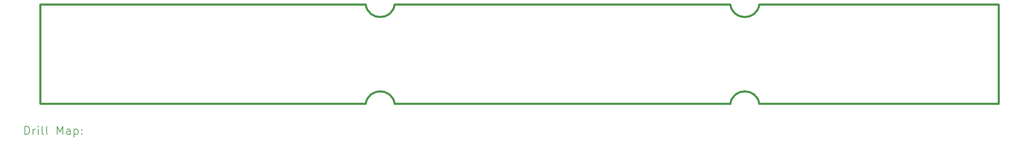
<source format=gbr>
%TF.GenerationSoftware,KiCad,Pcbnew,7.0.2-0*%
%TF.CreationDate,2023-05-18T01:15:51+02:00*%
%TF.ProjectId,LD,4c442e6b-6963-4616-945f-706362585858,rev?*%
%TF.SameCoordinates,PXfd9f08PY7735940*%
%TF.FileFunction,Drillmap*%
%TF.FilePolarity,Positive*%
%FSLAX45Y45*%
G04 Gerber Fmt 4.5, Leading zero omitted, Abs format (unit mm)*
G04 Created by KiCad (PCBNEW 7.0.2-0) date 2023-05-18 01:15:51*
%MOMM*%
%LPD*%
G01*
G04 APERTURE LIST*
%ADD10C,0.500000*%
%ADD11C,0.200000*%
G04 APERTURE END LIST*
D10*
X17250000Y400000D02*
X9150000Y400000D01*
X600000Y400000D02*
X600000Y2800000D01*
X9150000Y2800000D02*
X17250000Y2800000D01*
X8450000Y400000D02*
X600000Y400000D01*
X23730000Y2800000D02*
X23730000Y400000D01*
X600000Y2800000D02*
X8450000Y2800000D01*
X17950000Y2800000D02*
X23730000Y2800000D01*
X9150000Y400000D02*
G75*
G03*
X8450000Y400000I-350000J-50000D01*
G01*
X17250000Y2800000D02*
G75*
G03*
X17950000Y2800000I350000J50000D01*
G01*
X17950000Y400000D02*
G75*
G03*
X17250000Y400000I-350000J-50000D01*
G01*
X23730000Y400000D02*
X17950000Y400000D01*
X8450000Y2800000D02*
G75*
G03*
X9150000Y2800000I350000J50000D01*
G01*
D11*
X222619Y-337524D02*
X222619Y-137524D01*
X222619Y-137524D02*
X270238Y-137524D01*
X270238Y-137524D02*
X298810Y-147048D01*
X298810Y-147048D02*
X317857Y-166095D01*
X317857Y-166095D02*
X327381Y-185143D01*
X327381Y-185143D02*
X336905Y-223238D01*
X336905Y-223238D02*
X336905Y-251809D01*
X336905Y-251809D02*
X327381Y-289905D01*
X327381Y-289905D02*
X317857Y-308952D01*
X317857Y-308952D02*
X298810Y-328000D01*
X298810Y-328000D02*
X270238Y-337524D01*
X270238Y-337524D02*
X222619Y-337524D01*
X422619Y-337524D02*
X422619Y-204190D01*
X422619Y-242286D02*
X432143Y-223238D01*
X432143Y-223238D02*
X441667Y-213714D01*
X441667Y-213714D02*
X460714Y-204190D01*
X460714Y-204190D02*
X479762Y-204190D01*
X546429Y-337524D02*
X546429Y-204190D01*
X546429Y-137524D02*
X536905Y-147048D01*
X536905Y-147048D02*
X546429Y-156571D01*
X546429Y-156571D02*
X555952Y-147048D01*
X555952Y-147048D02*
X546429Y-137524D01*
X546429Y-137524D02*
X546429Y-156571D01*
X670238Y-337524D02*
X651190Y-328000D01*
X651190Y-328000D02*
X641667Y-308952D01*
X641667Y-308952D02*
X641667Y-137524D01*
X775000Y-337524D02*
X755952Y-328000D01*
X755952Y-328000D02*
X746428Y-308952D01*
X746428Y-308952D02*
X746428Y-137524D01*
X1003571Y-337524D02*
X1003571Y-137524D01*
X1003571Y-137524D02*
X1070238Y-280381D01*
X1070238Y-280381D02*
X1136905Y-137524D01*
X1136905Y-137524D02*
X1136905Y-337524D01*
X1317857Y-337524D02*
X1317857Y-232762D01*
X1317857Y-232762D02*
X1308333Y-213714D01*
X1308333Y-213714D02*
X1289286Y-204190D01*
X1289286Y-204190D02*
X1251190Y-204190D01*
X1251190Y-204190D02*
X1232143Y-213714D01*
X1317857Y-328000D02*
X1298810Y-337524D01*
X1298810Y-337524D02*
X1251190Y-337524D01*
X1251190Y-337524D02*
X1232143Y-328000D01*
X1232143Y-328000D02*
X1222619Y-308952D01*
X1222619Y-308952D02*
X1222619Y-289905D01*
X1222619Y-289905D02*
X1232143Y-270857D01*
X1232143Y-270857D02*
X1251190Y-261333D01*
X1251190Y-261333D02*
X1298810Y-261333D01*
X1298810Y-261333D02*
X1317857Y-251809D01*
X1413095Y-204190D02*
X1413095Y-404190D01*
X1413095Y-213714D02*
X1432143Y-204190D01*
X1432143Y-204190D02*
X1470238Y-204190D01*
X1470238Y-204190D02*
X1489286Y-213714D01*
X1489286Y-213714D02*
X1498809Y-223238D01*
X1498809Y-223238D02*
X1508333Y-242286D01*
X1508333Y-242286D02*
X1508333Y-299429D01*
X1508333Y-299429D02*
X1498809Y-318476D01*
X1498809Y-318476D02*
X1489286Y-328000D01*
X1489286Y-328000D02*
X1470238Y-337524D01*
X1470238Y-337524D02*
X1432143Y-337524D01*
X1432143Y-337524D02*
X1413095Y-328000D01*
X1594048Y-318476D02*
X1603571Y-328000D01*
X1603571Y-328000D02*
X1594048Y-337524D01*
X1594048Y-337524D02*
X1584524Y-328000D01*
X1584524Y-328000D02*
X1594048Y-318476D01*
X1594048Y-318476D02*
X1594048Y-337524D01*
X1594048Y-213714D02*
X1603571Y-223238D01*
X1603571Y-223238D02*
X1594048Y-232762D01*
X1594048Y-232762D02*
X1584524Y-223238D01*
X1584524Y-223238D02*
X1594048Y-213714D01*
X1594048Y-213714D02*
X1594048Y-232762D01*
M02*

</source>
